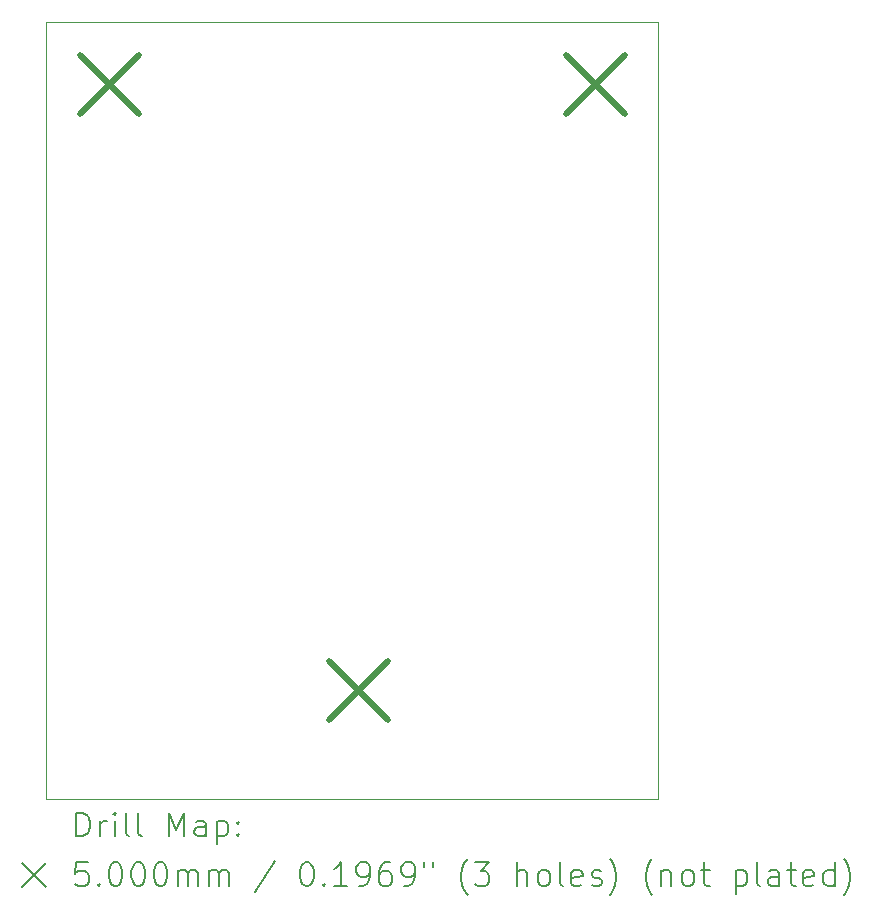
<source format=gbr>
%TF.GenerationSoftware,KiCad,Pcbnew,7.0.9*%
%TF.CreationDate,2023-11-08T10:56:30-08:00*%
%TF.ProjectId,RatGDO-OpenSource-D1Mini-ESP8266,52617447-444f-42d4-9f70-656e536f7572,2.5.0*%
%TF.SameCoordinates,Original*%
%TF.FileFunction,Drillmap*%
%TF.FilePolarity,Positive*%
%FSLAX45Y45*%
G04 Gerber Fmt 4.5, Leading zero omitted, Abs format (unit mm)*
G04 Created by KiCad (PCBNEW 7.0.9) date 2023-11-08 10:56:30*
%MOMM*%
%LPD*%
G01*
G04 APERTURE LIST*
%ADD10C,0.100000*%
%ADD11C,0.200000*%
%ADD12C,0.500000*%
G04 APERTURE END LIST*
D10*
X11506200Y-5715000D02*
X16687800Y-5715000D01*
X16687800Y-12293600D01*
X11506200Y-12293600D01*
X11506200Y-5715000D01*
D11*
D12*
X11789600Y-5998400D02*
X12289600Y-6498400D01*
X12289600Y-5998400D02*
X11789600Y-6498400D01*
X13897800Y-11129200D02*
X14397800Y-11629200D01*
X14397800Y-11129200D02*
X13897800Y-11629200D01*
X15904400Y-5998400D02*
X16404400Y-6498400D01*
X16404400Y-5998400D02*
X15904400Y-6498400D01*
D11*
X11761977Y-12610084D02*
X11761977Y-12410084D01*
X11761977Y-12410084D02*
X11809596Y-12410084D01*
X11809596Y-12410084D02*
X11838167Y-12419608D01*
X11838167Y-12419608D02*
X11857215Y-12438655D01*
X11857215Y-12438655D02*
X11866739Y-12457703D01*
X11866739Y-12457703D02*
X11876262Y-12495798D01*
X11876262Y-12495798D02*
X11876262Y-12524369D01*
X11876262Y-12524369D02*
X11866739Y-12562465D01*
X11866739Y-12562465D02*
X11857215Y-12581512D01*
X11857215Y-12581512D02*
X11838167Y-12600560D01*
X11838167Y-12600560D02*
X11809596Y-12610084D01*
X11809596Y-12610084D02*
X11761977Y-12610084D01*
X11961977Y-12610084D02*
X11961977Y-12476750D01*
X11961977Y-12514846D02*
X11971501Y-12495798D01*
X11971501Y-12495798D02*
X11981024Y-12486274D01*
X11981024Y-12486274D02*
X12000072Y-12476750D01*
X12000072Y-12476750D02*
X12019120Y-12476750D01*
X12085786Y-12610084D02*
X12085786Y-12476750D01*
X12085786Y-12410084D02*
X12076262Y-12419608D01*
X12076262Y-12419608D02*
X12085786Y-12429131D01*
X12085786Y-12429131D02*
X12095310Y-12419608D01*
X12095310Y-12419608D02*
X12085786Y-12410084D01*
X12085786Y-12410084D02*
X12085786Y-12429131D01*
X12209596Y-12610084D02*
X12190548Y-12600560D01*
X12190548Y-12600560D02*
X12181024Y-12581512D01*
X12181024Y-12581512D02*
X12181024Y-12410084D01*
X12314358Y-12610084D02*
X12295310Y-12600560D01*
X12295310Y-12600560D02*
X12285786Y-12581512D01*
X12285786Y-12581512D02*
X12285786Y-12410084D01*
X12542929Y-12610084D02*
X12542929Y-12410084D01*
X12542929Y-12410084D02*
X12609596Y-12552941D01*
X12609596Y-12552941D02*
X12676262Y-12410084D01*
X12676262Y-12410084D02*
X12676262Y-12610084D01*
X12857215Y-12610084D02*
X12857215Y-12505322D01*
X12857215Y-12505322D02*
X12847691Y-12486274D01*
X12847691Y-12486274D02*
X12828643Y-12476750D01*
X12828643Y-12476750D02*
X12790548Y-12476750D01*
X12790548Y-12476750D02*
X12771501Y-12486274D01*
X12857215Y-12600560D02*
X12838167Y-12610084D01*
X12838167Y-12610084D02*
X12790548Y-12610084D01*
X12790548Y-12610084D02*
X12771501Y-12600560D01*
X12771501Y-12600560D02*
X12761977Y-12581512D01*
X12761977Y-12581512D02*
X12761977Y-12562465D01*
X12761977Y-12562465D02*
X12771501Y-12543417D01*
X12771501Y-12543417D02*
X12790548Y-12533893D01*
X12790548Y-12533893D02*
X12838167Y-12533893D01*
X12838167Y-12533893D02*
X12857215Y-12524369D01*
X12952453Y-12476750D02*
X12952453Y-12676750D01*
X12952453Y-12486274D02*
X12971501Y-12476750D01*
X12971501Y-12476750D02*
X13009596Y-12476750D01*
X13009596Y-12476750D02*
X13028643Y-12486274D01*
X13028643Y-12486274D02*
X13038167Y-12495798D01*
X13038167Y-12495798D02*
X13047691Y-12514846D01*
X13047691Y-12514846D02*
X13047691Y-12571988D01*
X13047691Y-12571988D02*
X13038167Y-12591036D01*
X13038167Y-12591036D02*
X13028643Y-12600560D01*
X13028643Y-12600560D02*
X13009596Y-12610084D01*
X13009596Y-12610084D02*
X12971501Y-12610084D01*
X12971501Y-12610084D02*
X12952453Y-12600560D01*
X13133405Y-12591036D02*
X13142929Y-12600560D01*
X13142929Y-12600560D02*
X13133405Y-12610084D01*
X13133405Y-12610084D02*
X13123882Y-12600560D01*
X13123882Y-12600560D02*
X13133405Y-12591036D01*
X13133405Y-12591036D02*
X13133405Y-12610084D01*
X13133405Y-12486274D02*
X13142929Y-12495798D01*
X13142929Y-12495798D02*
X13133405Y-12505322D01*
X13133405Y-12505322D02*
X13123882Y-12495798D01*
X13123882Y-12495798D02*
X13133405Y-12486274D01*
X13133405Y-12486274D02*
X13133405Y-12505322D01*
X11301200Y-12838600D02*
X11501200Y-13038600D01*
X11501200Y-12838600D02*
X11301200Y-13038600D01*
X11857215Y-12830084D02*
X11761977Y-12830084D01*
X11761977Y-12830084D02*
X11752453Y-12925322D01*
X11752453Y-12925322D02*
X11761977Y-12915798D01*
X11761977Y-12915798D02*
X11781024Y-12906274D01*
X11781024Y-12906274D02*
X11828643Y-12906274D01*
X11828643Y-12906274D02*
X11847691Y-12915798D01*
X11847691Y-12915798D02*
X11857215Y-12925322D01*
X11857215Y-12925322D02*
X11866739Y-12944369D01*
X11866739Y-12944369D02*
X11866739Y-12991988D01*
X11866739Y-12991988D02*
X11857215Y-13011036D01*
X11857215Y-13011036D02*
X11847691Y-13020560D01*
X11847691Y-13020560D02*
X11828643Y-13030084D01*
X11828643Y-13030084D02*
X11781024Y-13030084D01*
X11781024Y-13030084D02*
X11761977Y-13020560D01*
X11761977Y-13020560D02*
X11752453Y-13011036D01*
X11952453Y-13011036D02*
X11961977Y-13020560D01*
X11961977Y-13020560D02*
X11952453Y-13030084D01*
X11952453Y-13030084D02*
X11942929Y-13020560D01*
X11942929Y-13020560D02*
X11952453Y-13011036D01*
X11952453Y-13011036D02*
X11952453Y-13030084D01*
X12085786Y-12830084D02*
X12104834Y-12830084D01*
X12104834Y-12830084D02*
X12123882Y-12839608D01*
X12123882Y-12839608D02*
X12133405Y-12849131D01*
X12133405Y-12849131D02*
X12142929Y-12868179D01*
X12142929Y-12868179D02*
X12152453Y-12906274D01*
X12152453Y-12906274D02*
X12152453Y-12953893D01*
X12152453Y-12953893D02*
X12142929Y-12991988D01*
X12142929Y-12991988D02*
X12133405Y-13011036D01*
X12133405Y-13011036D02*
X12123882Y-13020560D01*
X12123882Y-13020560D02*
X12104834Y-13030084D01*
X12104834Y-13030084D02*
X12085786Y-13030084D01*
X12085786Y-13030084D02*
X12066739Y-13020560D01*
X12066739Y-13020560D02*
X12057215Y-13011036D01*
X12057215Y-13011036D02*
X12047691Y-12991988D01*
X12047691Y-12991988D02*
X12038167Y-12953893D01*
X12038167Y-12953893D02*
X12038167Y-12906274D01*
X12038167Y-12906274D02*
X12047691Y-12868179D01*
X12047691Y-12868179D02*
X12057215Y-12849131D01*
X12057215Y-12849131D02*
X12066739Y-12839608D01*
X12066739Y-12839608D02*
X12085786Y-12830084D01*
X12276262Y-12830084D02*
X12295310Y-12830084D01*
X12295310Y-12830084D02*
X12314358Y-12839608D01*
X12314358Y-12839608D02*
X12323882Y-12849131D01*
X12323882Y-12849131D02*
X12333405Y-12868179D01*
X12333405Y-12868179D02*
X12342929Y-12906274D01*
X12342929Y-12906274D02*
X12342929Y-12953893D01*
X12342929Y-12953893D02*
X12333405Y-12991988D01*
X12333405Y-12991988D02*
X12323882Y-13011036D01*
X12323882Y-13011036D02*
X12314358Y-13020560D01*
X12314358Y-13020560D02*
X12295310Y-13030084D01*
X12295310Y-13030084D02*
X12276262Y-13030084D01*
X12276262Y-13030084D02*
X12257215Y-13020560D01*
X12257215Y-13020560D02*
X12247691Y-13011036D01*
X12247691Y-13011036D02*
X12238167Y-12991988D01*
X12238167Y-12991988D02*
X12228643Y-12953893D01*
X12228643Y-12953893D02*
X12228643Y-12906274D01*
X12228643Y-12906274D02*
X12238167Y-12868179D01*
X12238167Y-12868179D02*
X12247691Y-12849131D01*
X12247691Y-12849131D02*
X12257215Y-12839608D01*
X12257215Y-12839608D02*
X12276262Y-12830084D01*
X12466739Y-12830084D02*
X12485786Y-12830084D01*
X12485786Y-12830084D02*
X12504834Y-12839608D01*
X12504834Y-12839608D02*
X12514358Y-12849131D01*
X12514358Y-12849131D02*
X12523882Y-12868179D01*
X12523882Y-12868179D02*
X12533405Y-12906274D01*
X12533405Y-12906274D02*
X12533405Y-12953893D01*
X12533405Y-12953893D02*
X12523882Y-12991988D01*
X12523882Y-12991988D02*
X12514358Y-13011036D01*
X12514358Y-13011036D02*
X12504834Y-13020560D01*
X12504834Y-13020560D02*
X12485786Y-13030084D01*
X12485786Y-13030084D02*
X12466739Y-13030084D01*
X12466739Y-13030084D02*
X12447691Y-13020560D01*
X12447691Y-13020560D02*
X12438167Y-13011036D01*
X12438167Y-13011036D02*
X12428643Y-12991988D01*
X12428643Y-12991988D02*
X12419120Y-12953893D01*
X12419120Y-12953893D02*
X12419120Y-12906274D01*
X12419120Y-12906274D02*
X12428643Y-12868179D01*
X12428643Y-12868179D02*
X12438167Y-12849131D01*
X12438167Y-12849131D02*
X12447691Y-12839608D01*
X12447691Y-12839608D02*
X12466739Y-12830084D01*
X12619120Y-13030084D02*
X12619120Y-12896750D01*
X12619120Y-12915798D02*
X12628643Y-12906274D01*
X12628643Y-12906274D02*
X12647691Y-12896750D01*
X12647691Y-12896750D02*
X12676263Y-12896750D01*
X12676263Y-12896750D02*
X12695310Y-12906274D01*
X12695310Y-12906274D02*
X12704834Y-12925322D01*
X12704834Y-12925322D02*
X12704834Y-13030084D01*
X12704834Y-12925322D02*
X12714358Y-12906274D01*
X12714358Y-12906274D02*
X12733405Y-12896750D01*
X12733405Y-12896750D02*
X12761977Y-12896750D01*
X12761977Y-12896750D02*
X12781024Y-12906274D01*
X12781024Y-12906274D02*
X12790548Y-12925322D01*
X12790548Y-12925322D02*
X12790548Y-13030084D01*
X12885786Y-13030084D02*
X12885786Y-12896750D01*
X12885786Y-12915798D02*
X12895310Y-12906274D01*
X12895310Y-12906274D02*
X12914358Y-12896750D01*
X12914358Y-12896750D02*
X12942929Y-12896750D01*
X12942929Y-12896750D02*
X12961977Y-12906274D01*
X12961977Y-12906274D02*
X12971501Y-12925322D01*
X12971501Y-12925322D02*
X12971501Y-13030084D01*
X12971501Y-12925322D02*
X12981024Y-12906274D01*
X12981024Y-12906274D02*
X13000072Y-12896750D01*
X13000072Y-12896750D02*
X13028643Y-12896750D01*
X13028643Y-12896750D02*
X13047691Y-12906274D01*
X13047691Y-12906274D02*
X13057215Y-12925322D01*
X13057215Y-12925322D02*
X13057215Y-13030084D01*
X13447691Y-12820560D02*
X13276263Y-13077703D01*
X13704834Y-12830084D02*
X13723882Y-12830084D01*
X13723882Y-12830084D02*
X13742929Y-12839608D01*
X13742929Y-12839608D02*
X13752453Y-12849131D01*
X13752453Y-12849131D02*
X13761977Y-12868179D01*
X13761977Y-12868179D02*
X13771501Y-12906274D01*
X13771501Y-12906274D02*
X13771501Y-12953893D01*
X13771501Y-12953893D02*
X13761977Y-12991988D01*
X13761977Y-12991988D02*
X13752453Y-13011036D01*
X13752453Y-13011036D02*
X13742929Y-13020560D01*
X13742929Y-13020560D02*
X13723882Y-13030084D01*
X13723882Y-13030084D02*
X13704834Y-13030084D01*
X13704834Y-13030084D02*
X13685786Y-13020560D01*
X13685786Y-13020560D02*
X13676263Y-13011036D01*
X13676263Y-13011036D02*
X13666739Y-12991988D01*
X13666739Y-12991988D02*
X13657215Y-12953893D01*
X13657215Y-12953893D02*
X13657215Y-12906274D01*
X13657215Y-12906274D02*
X13666739Y-12868179D01*
X13666739Y-12868179D02*
X13676263Y-12849131D01*
X13676263Y-12849131D02*
X13685786Y-12839608D01*
X13685786Y-12839608D02*
X13704834Y-12830084D01*
X13857215Y-13011036D02*
X13866739Y-13020560D01*
X13866739Y-13020560D02*
X13857215Y-13030084D01*
X13857215Y-13030084D02*
X13847691Y-13020560D01*
X13847691Y-13020560D02*
X13857215Y-13011036D01*
X13857215Y-13011036D02*
X13857215Y-13030084D01*
X14057215Y-13030084D02*
X13942929Y-13030084D01*
X14000072Y-13030084D02*
X14000072Y-12830084D01*
X14000072Y-12830084D02*
X13981025Y-12858655D01*
X13981025Y-12858655D02*
X13961977Y-12877703D01*
X13961977Y-12877703D02*
X13942929Y-12887227D01*
X14152453Y-13030084D02*
X14190548Y-13030084D01*
X14190548Y-13030084D02*
X14209596Y-13020560D01*
X14209596Y-13020560D02*
X14219120Y-13011036D01*
X14219120Y-13011036D02*
X14238167Y-12982465D01*
X14238167Y-12982465D02*
X14247691Y-12944369D01*
X14247691Y-12944369D02*
X14247691Y-12868179D01*
X14247691Y-12868179D02*
X14238167Y-12849131D01*
X14238167Y-12849131D02*
X14228644Y-12839608D01*
X14228644Y-12839608D02*
X14209596Y-12830084D01*
X14209596Y-12830084D02*
X14171501Y-12830084D01*
X14171501Y-12830084D02*
X14152453Y-12839608D01*
X14152453Y-12839608D02*
X14142929Y-12849131D01*
X14142929Y-12849131D02*
X14133406Y-12868179D01*
X14133406Y-12868179D02*
X14133406Y-12915798D01*
X14133406Y-12915798D02*
X14142929Y-12934846D01*
X14142929Y-12934846D02*
X14152453Y-12944369D01*
X14152453Y-12944369D02*
X14171501Y-12953893D01*
X14171501Y-12953893D02*
X14209596Y-12953893D01*
X14209596Y-12953893D02*
X14228644Y-12944369D01*
X14228644Y-12944369D02*
X14238167Y-12934846D01*
X14238167Y-12934846D02*
X14247691Y-12915798D01*
X14419120Y-12830084D02*
X14381025Y-12830084D01*
X14381025Y-12830084D02*
X14361977Y-12839608D01*
X14361977Y-12839608D02*
X14352453Y-12849131D01*
X14352453Y-12849131D02*
X14333406Y-12877703D01*
X14333406Y-12877703D02*
X14323882Y-12915798D01*
X14323882Y-12915798D02*
X14323882Y-12991988D01*
X14323882Y-12991988D02*
X14333406Y-13011036D01*
X14333406Y-13011036D02*
X14342929Y-13020560D01*
X14342929Y-13020560D02*
X14361977Y-13030084D01*
X14361977Y-13030084D02*
X14400072Y-13030084D01*
X14400072Y-13030084D02*
X14419120Y-13020560D01*
X14419120Y-13020560D02*
X14428644Y-13011036D01*
X14428644Y-13011036D02*
X14438167Y-12991988D01*
X14438167Y-12991988D02*
X14438167Y-12944369D01*
X14438167Y-12944369D02*
X14428644Y-12925322D01*
X14428644Y-12925322D02*
X14419120Y-12915798D01*
X14419120Y-12915798D02*
X14400072Y-12906274D01*
X14400072Y-12906274D02*
X14361977Y-12906274D01*
X14361977Y-12906274D02*
X14342929Y-12915798D01*
X14342929Y-12915798D02*
X14333406Y-12925322D01*
X14333406Y-12925322D02*
X14323882Y-12944369D01*
X14533406Y-13030084D02*
X14571501Y-13030084D01*
X14571501Y-13030084D02*
X14590548Y-13020560D01*
X14590548Y-13020560D02*
X14600072Y-13011036D01*
X14600072Y-13011036D02*
X14619120Y-12982465D01*
X14619120Y-12982465D02*
X14628644Y-12944369D01*
X14628644Y-12944369D02*
X14628644Y-12868179D01*
X14628644Y-12868179D02*
X14619120Y-12849131D01*
X14619120Y-12849131D02*
X14609596Y-12839608D01*
X14609596Y-12839608D02*
X14590548Y-12830084D01*
X14590548Y-12830084D02*
X14552453Y-12830084D01*
X14552453Y-12830084D02*
X14533406Y-12839608D01*
X14533406Y-12839608D02*
X14523882Y-12849131D01*
X14523882Y-12849131D02*
X14514358Y-12868179D01*
X14514358Y-12868179D02*
X14514358Y-12915798D01*
X14514358Y-12915798D02*
X14523882Y-12934846D01*
X14523882Y-12934846D02*
X14533406Y-12944369D01*
X14533406Y-12944369D02*
X14552453Y-12953893D01*
X14552453Y-12953893D02*
X14590548Y-12953893D01*
X14590548Y-12953893D02*
X14609596Y-12944369D01*
X14609596Y-12944369D02*
X14619120Y-12934846D01*
X14619120Y-12934846D02*
X14628644Y-12915798D01*
X14704834Y-12830084D02*
X14704834Y-12868179D01*
X14781025Y-12830084D02*
X14781025Y-12868179D01*
X15076263Y-13106274D02*
X15066739Y-13096750D01*
X15066739Y-13096750D02*
X15047691Y-13068179D01*
X15047691Y-13068179D02*
X15038168Y-13049131D01*
X15038168Y-13049131D02*
X15028644Y-13020560D01*
X15028644Y-13020560D02*
X15019120Y-12972941D01*
X15019120Y-12972941D02*
X15019120Y-12934846D01*
X15019120Y-12934846D02*
X15028644Y-12887227D01*
X15028644Y-12887227D02*
X15038168Y-12858655D01*
X15038168Y-12858655D02*
X15047691Y-12839608D01*
X15047691Y-12839608D02*
X15066739Y-12811036D01*
X15066739Y-12811036D02*
X15076263Y-12801512D01*
X15133406Y-12830084D02*
X15257215Y-12830084D01*
X15257215Y-12830084D02*
X15190548Y-12906274D01*
X15190548Y-12906274D02*
X15219120Y-12906274D01*
X15219120Y-12906274D02*
X15238168Y-12915798D01*
X15238168Y-12915798D02*
X15247691Y-12925322D01*
X15247691Y-12925322D02*
X15257215Y-12944369D01*
X15257215Y-12944369D02*
X15257215Y-12991988D01*
X15257215Y-12991988D02*
X15247691Y-13011036D01*
X15247691Y-13011036D02*
X15238168Y-13020560D01*
X15238168Y-13020560D02*
X15219120Y-13030084D01*
X15219120Y-13030084D02*
X15161977Y-13030084D01*
X15161977Y-13030084D02*
X15142929Y-13020560D01*
X15142929Y-13020560D02*
X15133406Y-13011036D01*
X15495310Y-13030084D02*
X15495310Y-12830084D01*
X15581025Y-13030084D02*
X15581025Y-12925322D01*
X15581025Y-12925322D02*
X15571501Y-12906274D01*
X15571501Y-12906274D02*
X15552453Y-12896750D01*
X15552453Y-12896750D02*
X15523882Y-12896750D01*
X15523882Y-12896750D02*
X15504834Y-12906274D01*
X15504834Y-12906274D02*
X15495310Y-12915798D01*
X15704834Y-13030084D02*
X15685787Y-13020560D01*
X15685787Y-13020560D02*
X15676263Y-13011036D01*
X15676263Y-13011036D02*
X15666739Y-12991988D01*
X15666739Y-12991988D02*
X15666739Y-12934846D01*
X15666739Y-12934846D02*
X15676263Y-12915798D01*
X15676263Y-12915798D02*
X15685787Y-12906274D01*
X15685787Y-12906274D02*
X15704834Y-12896750D01*
X15704834Y-12896750D02*
X15733406Y-12896750D01*
X15733406Y-12896750D02*
X15752453Y-12906274D01*
X15752453Y-12906274D02*
X15761977Y-12915798D01*
X15761977Y-12915798D02*
X15771501Y-12934846D01*
X15771501Y-12934846D02*
X15771501Y-12991988D01*
X15771501Y-12991988D02*
X15761977Y-13011036D01*
X15761977Y-13011036D02*
X15752453Y-13020560D01*
X15752453Y-13020560D02*
X15733406Y-13030084D01*
X15733406Y-13030084D02*
X15704834Y-13030084D01*
X15885787Y-13030084D02*
X15866739Y-13020560D01*
X15866739Y-13020560D02*
X15857215Y-13001512D01*
X15857215Y-13001512D02*
X15857215Y-12830084D01*
X16038168Y-13020560D02*
X16019120Y-13030084D01*
X16019120Y-13030084D02*
X15981025Y-13030084D01*
X15981025Y-13030084D02*
X15961977Y-13020560D01*
X15961977Y-13020560D02*
X15952453Y-13001512D01*
X15952453Y-13001512D02*
X15952453Y-12925322D01*
X15952453Y-12925322D02*
X15961977Y-12906274D01*
X15961977Y-12906274D02*
X15981025Y-12896750D01*
X15981025Y-12896750D02*
X16019120Y-12896750D01*
X16019120Y-12896750D02*
X16038168Y-12906274D01*
X16038168Y-12906274D02*
X16047691Y-12925322D01*
X16047691Y-12925322D02*
X16047691Y-12944369D01*
X16047691Y-12944369D02*
X15952453Y-12963417D01*
X16123882Y-13020560D02*
X16142930Y-13030084D01*
X16142930Y-13030084D02*
X16181025Y-13030084D01*
X16181025Y-13030084D02*
X16200072Y-13020560D01*
X16200072Y-13020560D02*
X16209596Y-13001512D01*
X16209596Y-13001512D02*
X16209596Y-12991988D01*
X16209596Y-12991988D02*
X16200072Y-12972941D01*
X16200072Y-12972941D02*
X16181025Y-12963417D01*
X16181025Y-12963417D02*
X16152453Y-12963417D01*
X16152453Y-12963417D02*
X16133406Y-12953893D01*
X16133406Y-12953893D02*
X16123882Y-12934846D01*
X16123882Y-12934846D02*
X16123882Y-12925322D01*
X16123882Y-12925322D02*
X16133406Y-12906274D01*
X16133406Y-12906274D02*
X16152453Y-12896750D01*
X16152453Y-12896750D02*
X16181025Y-12896750D01*
X16181025Y-12896750D02*
X16200072Y-12906274D01*
X16276263Y-13106274D02*
X16285787Y-13096750D01*
X16285787Y-13096750D02*
X16304834Y-13068179D01*
X16304834Y-13068179D02*
X16314358Y-13049131D01*
X16314358Y-13049131D02*
X16323882Y-13020560D01*
X16323882Y-13020560D02*
X16333406Y-12972941D01*
X16333406Y-12972941D02*
X16333406Y-12934846D01*
X16333406Y-12934846D02*
X16323882Y-12887227D01*
X16323882Y-12887227D02*
X16314358Y-12858655D01*
X16314358Y-12858655D02*
X16304834Y-12839608D01*
X16304834Y-12839608D02*
X16285787Y-12811036D01*
X16285787Y-12811036D02*
X16276263Y-12801512D01*
X16638168Y-13106274D02*
X16628644Y-13096750D01*
X16628644Y-13096750D02*
X16609596Y-13068179D01*
X16609596Y-13068179D02*
X16600072Y-13049131D01*
X16600072Y-13049131D02*
X16590549Y-13020560D01*
X16590549Y-13020560D02*
X16581025Y-12972941D01*
X16581025Y-12972941D02*
X16581025Y-12934846D01*
X16581025Y-12934846D02*
X16590549Y-12887227D01*
X16590549Y-12887227D02*
X16600072Y-12858655D01*
X16600072Y-12858655D02*
X16609596Y-12839608D01*
X16609596Y-12839608D02*
X16628644Y-12811036D01*
X16628644Y-12811036D02*
X16638168Y-12801512D01*
X16714358Y-12896750D02*
X16714358Y-13030084D01*
X16714358Y-12915798D02*
X16723882Y-12906274D01*
X16723882Y-12906274D02*
X16742930Y-12896750D01*
X16742930Y-12896750D02*
X16771501Y-12896750D01*
X16771501Y-12896750D02*
X16790549Y-12906274D01*
X16790549Y-12906274D02*
X16800073Y-12925322D01*
X16800073Y-12925322D02*
X16800073Y-13030084D01*
X16923882Y-13030084D02*
X16904834Y-13020560D01*
X16904834Y-13020560D02*
X16895311Y-13011036D01*
X16895311Y-13011036D02*
X16885787Y-12991988D01*
X16885787Y-12991988D02*
X16885787Y-12934846D01*
X16885787Y-12934846D02*
X16895311Y-12915798D01*
X16895311Y-12915798D02*
X16904834Y-12906274D01*
X16904834Y-12906274D02*
X16923882Y-12896750D01*
X16923882Y-12896750D02*
X16952454Y-12896750D01*
X16952454Y-12896750D02*
X16971501Y-12906274D01*
X16971501Y-12906274D02*
X16981025Y-12915798D01*
X16981025Y-12915798D02*
X16990549Y-12934846D01*
X16990549Y-12934846D02*
X16990549Y-12991988D01*
X16990549Y-12991988D02*
X16981025Y-13011036D01*
X16981025Y-13011036D02*
X16971501Y-13020560D01*
X16971501Y-13020560D02*
X16952454Y-13030084D01*
X16952454Y-13030084D02*
X16923882Y-13030084D01*
X17047692Y-12896750D02*
X17123882Y-12896750D01*
X17076263Y-12830084D02*
X17076263Y-13001512D01*
X17076263Y-13001512D02*
X17085787Y-13020560D01*
X17085787Y-13020560D02*
X17104834Y-13030084D01*
X17104834Y-13030084D02*
X17123882Y-13030084D01*
X17342930Y-12896750D02*
X17342930Y-13096750D01*
X17342930Y-12906274D02*
X17361977Y-12896750D01*
X17361977Y-12896750D02*
X17400073Y-12896750D01*
X17400073Y-12896750D02*
X17419120Y-12906274D01*
X17419120Y-12906274D02*
X17428644Y-12915798D01*
X17428644Y-12915798D02*
X17438168Y-12934846D01*
X17438168Y-12934846D02*
X17438168Y-12991988D01*
X17438168Y-12991988D02*
X17428644Y-13011036D01*
X17428644Y-13011036D02*
X17419120Y-13020560D01*
X17419120Y-13020560D02*
X17400073Y-13030084D01*
X17400073Y-13030084D02*
X17361977Y-13030084D01*
X17361977Y-13030084D02*
X17342930Y-13020560D01*
X17552454Y-13030084D02*
X17533406Y-13020560D01*
X17533406Y-13020560D02*
X17523882Y-13001512D01*
X17523882Y-13001512D02*
X17523882Y-12830084D01*
X17714358Y-13030084D02*
X17714358Y-12925322D01*
X17714358Y-12925322D02*
X17704835Y-12906274D01*
X17704835Y-12906274D02*
X17685787Y-12896750D01*
X17685787Y-12896750D02*
X17647692Y-12896750D01*
X17647692Y-12896750D02*
X17628644Y-12906274D01*
X17714358Y-13020560D02*
X17695311Y-13030084D01*
X17695311Y-13030084D02*
X17647692Y-13030084D01*
X17647692Y-13030084D02*
X17628644Y-13020560D01*
X17628644Y-13020560D02*
X17619120Y-13001512D01*
X17619120Y-13001512D02*
X17619120Y-12982465D01*
X17619120Y-12982465D02*
X17628644Y-12963417D01*
X17628644Y-12963417D02*
X17647692Y-12953893D01*
X17647692Y-12953893D02*
X17695311Y-12953893D01*
X17695311Y-12953893D02*
X17714358Y-12944369D01*
X17781025Y-12896750D02*
X17857215Y-12896750D01*
X17809596Y-12830084D02*
X17809596Y-13001512D01*
X17809596Y-13001512D02*
X17819120Y-13020560D01*
X17819120Y-13020560D02*
X17838168Y-13030084D01*
X17838168Y-13030084D02*
X17857215Y-13030084D01*
X18000073Y-13020560D02*
X17981025Y-13030084D01*
X17981025Y-13030084D02*
X17942930Y-13030084D01*
X17942930Y-13030084D02*
X17923882Y-13020560D01*
X17923882Y-13020560D02*
X17914358Y-13001512D01*
X17914358Y-13001512D02*
X17914358Y-12925322D01*
X17914358Y-12925322D02*
X17923882Y-12906274D01*
X17923882Y-12906274D02*
X17942930Y-12896750D01*
X17942930Y-12896750D02*
X17981025Y-12896750D01*
X17981025Y-12896750D02*
X18000073Y-12906274D01*
X18000073Y-12906274D02*
X18009596Y-12925322D01*
X18009596Y-12925322D02*
X18009596Y-12944369D01*
X18009596Y-12944369D02*
X17914358Y-12963417D01*
X18181025Y-13030084D02*
X18181025Y-12830084D01*
X18181025Y-13020560D02*
X18161977Y-13030084D01*
X18161977Y-13030084D02*
X18123882Y-13030084D01*
X18123882Y-13030084D02*
X18104835Y-13020560D01*
X18104835Y-13020560D02*
X18095311Y-13011036D01*
X18095311Y-13011036D02*
X18085787Y-12991988D01*
X18085787Y-12991988D02*
X18085787Y-12934846D01*
X18085787Y-12934846D02*
X18095311Y-12915798D01*
X18095311Y-12915798D02*
X18104835Y-12906274D01*
X18104835Y-12906274D02*
X18123882Y-12896750D01*
X18123882Y-12896750D02*
X18161977Y-12896750D01*
X18161977Y-12896750D02*
X18181025Y-12906274D01*
X18257216Y-13106274D02*
X18266739Y-13096750D01*
X18266739Y-13096750D02*
X18285787Y-13068179D01*
X18285787Y-13068179D02*
X18295311Y-13049131D01*
X18295311Y-13049131D02*
X18304835Y-13020560D01*
X18304835Y-13020560D02*
X18314358Y-12972941D01*
X18314358Y-12972941D02*
X18314358Y-12934846D01*
X18314358Y-12934846D02*
X18304835Y-12887227D01*
X18304835Y-12887227D02*
X18295311Y-12858655D01*
X18295311Y-12858655D02*
X18285787Y-12839608D01*
X18285787Y-12839608D02*
X18266739Y-12811036D01*
X18266739Y-12811036D02*
X18257216Y-12801512D01*
M02*

</source>
